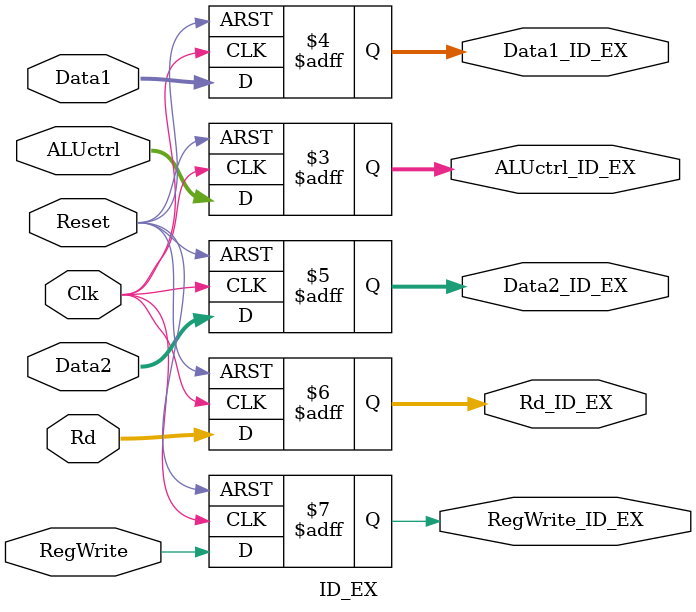
<source format=v>
`timescale 1ns / 1ps


module ID_EX(
input Clk,Reset,
input [3:0] ALUctrl,
input [31:0] Data1,Data2,
input [4:0] Rd,
input RegWrite,
output reg [3:0] ALUctrl_ID_EX,
output reg [31:0] Data1_ID_EX,Data2_ID_EX,
output reg [4:0] Rd_ID_EX,
output reg RegWrite_ID_EX
);

always @ (posedge Clk, negedge Reset)
begin  
    if( Reset == 0 ) begin
        ALUctrl_ID_EX = 4'b0;
        Data1_ID_EX = 32'b0;
        Data2_ID_EX = 32'b0;
        Rd_ID_EX = 5'b0;
        RegWrite_ID_EX = 1'b0;
        end
    else begin
        ALUctrl_ID_EX = ALUctrl;
        Data1_ID_EX = Data1;
        Data2_ID_EX = Data2;
        Rd_ID_EX = Rd;
        RegWrite_ID_EX = RegWrite;
        end
end
endmodule


</source>
